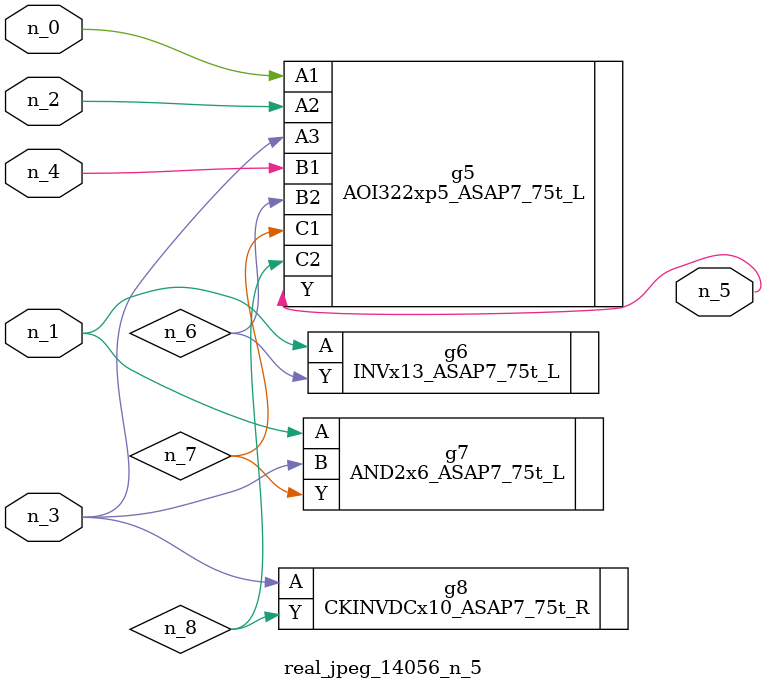
<source format=v>
module real_jpeg_14056_n_5 (n_4, n_0, n_1, n_2, n_3, n_5);

input n_4;
input n_0;
input n_1;
input n_2;
input n_3;

output n_5;

wire n_8;
wire n_6;
wire n_7;

AOI322xp5_ASAP7_75t_L g5 ( 
.A1(n_0),
.A2(n_2),
.A3(n_3),
.B1(n_4),
.B2(n_6),
.C1(n_7),
.C2(n_8),
.Y(n_5)
);

INVx13_ASAP7_75t_L g6 ( 
.A(n_1),
.Y(n_6)
);

AND2x6_ASAP7_75t_L g7 ( 
.A(n_1),
.B(n_3),
.Y(n_7)
);

CKINVDCx10_ASAP7_75t_R g8 ( 
.A(n_3),
.Y(n_8)
);


endmodule
</source>
